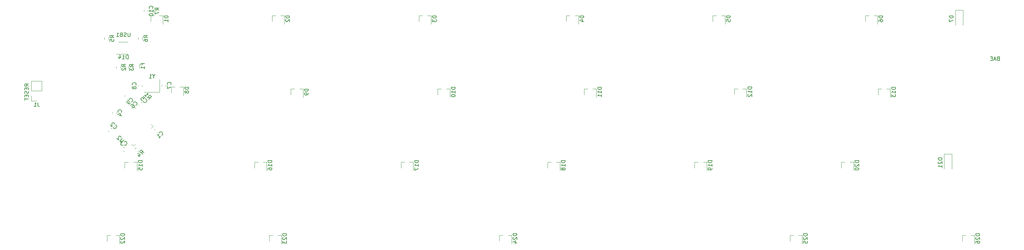
<source format=gbr>
%TF.GenerationSoftware,KiCad,Pcbnew,5.1.10-88a1d61d58~90~ubuntu20.04.1*%
%TF.CreationDate,2021-09-07T19:06:16-07:00*%
%TF.ProjectId,bkc40,626b6334-302e-46b6-9963-61645f706362,rev?*%
%TF.SameCoordinates,Original*%
%TF.FileFunction,Legend,Bot*%
%TF.FilePolarity,Positive*%
%FSLAX46Y46*%
G04 Gerber Fmt 4.6, Leading zero omitted, Abs format (unit mm)*
G04 Created by KiCad (PCBNEW 5.1.10-88a1d61d58~90~ubuntu20.04.1) date 2021-09-07 19:06:16*
%MOMM*%
%LPD*%
G01*
G04 APERTURE LIST*
%ADD10C,0.150000*%
%ADD11C,0.120000*%
G04 APERTURE END LIST*
D10*
X367712523Y-93146571D02*
X367569666Y-93194190D01*
X367522047Y-93241809D01*
X367474428Y-93337047D01*
X367474428Y-93479904D01*
X367522047Y-93575142D01*
X367569666Y-93622761D01*
X367664904Y-93670380D01*
X368045857Y-93670380D01*
X368045857Y-92670380D01*
X367712523Y-92670380D01*
X367617285Y-92718000D01*
X367569666Y-92765619D01*
X367522047Y-92860857D01*
X367522047Y-92956095D01*
X367569666Y-93051333D01*
X367617285Y-93098952D01*
X367712523Y-93146571D01*
X368045857Y-93146571D01*
X367093476Y-93384666D02*
X366617285Y-93384666D01*
X367188714Y-93670380D02*
X366855380Y-92670380D01*
X366522047Y-93670380D01*
X366188714Y-93146571D02*
X365855380Y-93146571D01*
X365712523Y-93670380D02*
X366188714Y-93670380D01*
X366188714Y-92670380D01*
X365712523Y-92670380D01*
X116149380Y-100401618D02*
X115673190Y-100068284D01*
X116149380Y-99830189D02*
X115149380Y-99830189D01*
X115149380Y-100211141D01*
X115197000Y-100306379D01*
X115244619Y-100353999D01*
X115339857Y-100401618D01*
X115482714Y-100401618D01*
X115577952Y-100353999D01*
X115625571Y-100306379D01*
X115673190Y-100211141D01*
X115673190Y-99830189D01*
X115625571Y-100830189D02*
X115625571Y-101163522D01*
X116149380Y-101306379D02*
X116149380Y-100830189D01*
X115149380Y-100830189D01*
X115149380Y-101306379D01*
X116101761Y-101687332D02*
X116149380Y-101830189D01*
X116149380Y-102068284D01*
X116101761Y-102163522D01*
X116054142Y-102211141D01*
X115958904Y-102258760D01*
X115863666Y-102258760D01*
X115768428Y-102211141D01*
X115720809Y-102163522D01*
X115673190Y-102068284D01*
X115625571Y-101877808D01*
X115577952Y-101782570D01*
X115530333Y-101734951D01*
X115435095Y-101687332D01*
X115339857Y-101687332D01*
X115244619Y-101734951D01*
X115197000Y-101782570D01*
X115149380Y-101877808D01*
X115149380Y-102115903D01*
X115197000Y-102258760D01*
X115625571Y-102687332D02*
X115625571Y-103020665D01*
X116149380Y-103163522D02*
X116149380Y-102687332D01*
X115149380Y-102687332D01*
X115149380Y-103163522D01*
X115149380Y-103449237D02*
X115149380Y-104020665D01*
X116149380Y-103734951D02*
X115149380Y-103734951D01*
D11*
%TO.C,U2*%
X138790341Y-111286891D02*
X138277689Y-110774239D01*
X148488311Y-110774239D02*
X147975659Y-111286891D01*
X147975659Y-110261587D02*
X148488311Y-110774239D01*
X143383000Y-105668928D02*
X142870348Y-106181580D01*
X143895652Y-106181580D02*
X143383000Y-105668928D01*
X143383000Y-115879550D02*
X143895652Y-115366898D01*
X142870348Y-115366898D02*
X143383000Y-115879550D01*
%TO.C,Y1*%
X150181408Y-98582013D02*
X150181408Y-101882013D01*
X150181408Y-101882013D02*
X146181408Y-101882013D01*
%TO.C,R7*%
X148604500Y-81009258D02*
X148604500Y-80534742D01*
X147559500Y-81009258D02*
X147559500Y-80534742D01*
%TO.C,R6*%
X145683500Y-88184258D02*
X145683500Y-87709742D01*
X144638500Y-88184258D02*
X144638500Y-87709742D01*
%TO.C,R5*%
X136920500Y-88184258D02*
X136920500Y-87709742D01*
X135875500Y-88184258D02*
X135875500Y-87709742D01*
%TO.C,R4*%
X144422060Y-117428867D02*
X144757593Y-117093334D01*
X143683133Y-116689940D02*
X144018666Y-116354407D01*
%TO.C,R3*%
X142000500Y-95678258D02*
X142000500Y-95203742D01*
X140955500Y-95678258D02*
X140955500Y-95203742D01*
%TO.C,R2*%
X139968500Y-95677258D02*
X139968500Y-95202742D01*
X138923500Y-95677258D02*
X138923500Y-95202742D01*
%TO.C,R1*%
X146638867Y-103735940D02*
X146303334Y-103400407D01*
X145899940Y-104474867D02*
X145564407Y-104139334D01*
%TO.C,J1*%
X116907000Y-99000000D02*
X119567000Y-99000000D01*
X116907000Y-101600000D02*
X116907000Y-99000000D01*
X119567000Y-101600000D02*
X119567000Y-99000000D01*
X116907000Y-101600000D02*
X119567000Y-101600000D01*
X116907000Y-102870000D02*
X116907000Y-104200000D01*
X116907000Y-104200000D02*
X118237000Y-104200000D01*
%TO.C,F1*%
X144928000Y-95722065D02*
X144928000Y-94517937D01*
X143108000Y-95722065D02*
X143108000Y-94517937D01*
%TO.C,D14*%
X139559000Y-88874000D02*
X141959000Y-88874000D01*
X141959000Y-91974000D02*
X139009000Y-91974000D01*
%TO.C,C10*%
X147068000Y-80925580D02*
X147068000Y-80644420D01*
X146048000Y-80925580D02*
X146048000Y-80644420D01*
%TO.C,C9*%
X141739219Y-103711030D02*
X141938030Y-103512219D01*
X141017970Y-102989781D02*
X141216781Y-102790970D01*
%TO.C,C8*%
X144539408Y-100117433D02*
X144539408Y-100398593D01*
X145559408Y-100117433D02*
X145559408Y-100398593D01*
%TO.C,C7*%
X151782408Y-100297592D02*
X151782408Y-100016432D01*
X150762408Y-100297592D02*
X150762408Y-100016432D01*
%TO.C,C6*%
X142842211Y-104640038D02*
X143041022Y-104441227D01*
X142120962Y-103918789D02*
X142319773Y-103719978D01*
%TO.C,C5*%
X145534038Y-104680789D02*
X145335227Y-104481978D01*
X144812789Y-105402038D02*
X144613978Y-105203227D01*
%TO.C,C4*%
X138940000Y-107442580D02*
X138940000Y-107161420D01*
X137920000Y-107442580D02*
X137920000Y-107161420D01*
%TO.C,C3*%
X140996580Y-116203000D02*
X140715420Y-116203000D01*
X140996580Y-117223000D02*
X140715420Y-117223000D01*
%TO.C,C2*%
X137707022Y-111458773D02*
X137508211Y-111259962D01*
X136985773Y-112180022D02*
X136786962Y-111981211D01*
%TO.C,C1*%
X149526227Y-112434022D02*
X149725038Y-112235211D01*
X148804978Y-111712773D02*
X149003789Y-111513962D01*
%TO.C,D26*%
X358404000Y-139210000D02*
X359334000Y-139210000D01*
X361564000Y-139210000D02*
X360634000Y-139210000D01*
X361564000Y-139210000D02*
X361564000Y-141370000D01*
X358404000Y-139210000D02*
X358404000Y-140670000D01*
%TO.C,D25*%
X313695000Y-139210000D02*
X314625000Y-139210000D01*
X316855000Y-139210000D02*
X315925000Y-139210000D01*
X316855000Y-139210000D02*
X316855000Y-141370000D01*
X313695000Y-139210000D02*
X313695000Y-140670000D01*
%TO.C,D24*%
X238323000Y-139178000D02*
X239253000Y-139178000D01*
X241483000Y-139178000D02*
X240553000Y-139178000D01*
X241483000Y-139178000D02*
X241483000Y-141338000D01*
X238323000Y-139178000D02*
X238323000Y-140638000D01*
%TO.C,D23*%
X178567000Y-139210000D02*
X179497000Y-139210000D01*
X181727000Y-139210000D02*
X180797000Y-139210000D01*
X181727000Y-139210000D02*
X181727000Y-141370000D01*
X178567000Y-139210000D02*
X178567000Y-140670000D01*
%TO.C,D22*%
X136535000Y-139210000D02*
X137465000Y-139210000D01*
X139695000Y-139210000D02*
X138765000Y-139210000D01*
X139695000Y-139210000D02*
X139695000Y-141370000D01*
X136535000Y-139210000D02*
X136535000Y-140670000D01*
%TO.C,D21*%
X353711000Y-118018000D02*
X355711000Y-118018000D01*
X355711000Y-118018000D02*
X355711000Y-121918000D01*
X353711000Y-118018000D02*
X353711000Y-121918000D01*
%TO.C,D20*%
X327035000Y-120160000D02*
X327965000Y-120160000D01*
X330195000Y-120160000D02*
X329265000Y-120160000D01*
X330195000Y-120160000D02*
X330195000Y-122320000D01*
X327035000Y-120160000D02*
X327035000Y-121620000D01*
%TO.C,D19*%
X288935000Y-120160000D02*
X289865000Y-120160000D01*
X292095000Y-120160000D02*
X291165000Y-120160000D01*
X292095000Y-120160000D02*
X292095000Y-122320000D01*
X288935000Y-120160000D02*
X288935000Y-121620000D01*
%TO.C,D18*%
X250835000Y-120160000D02*
X251765000Y-120160000D01*
X253995000Y-120160000D02*
X253065000Y-120160000D01*
X253995000Y-120160000D02*
X253995000Y-122320000D01*
X250835000Y-120160000D02*
X250835000Y-121620000D01*
%TO.C,D17*%
X212796000Y-120144000D02*
X213726000Y-120144000D01*
X215956000Y-120144000D02*
X215026000Y-120144000D01*
X215956000Y-120144000D02*
X215956000Y-122304000D01*
X212796000Y-120144000D02*
X212796000Y-121604000D01*
%TO.C,D16*%
X174757000Y-120160000D02*
X175687000Y-120160000D01*
X177917000Y-120160000D02*
X176987000Y-120160000D01*
X177917000Y-120160000D02*
X177917000Y-122320000D01*
X174757000Y-120160000D02*
X174757000Y-121620000D01*
%TO.C,D15*%
X141107000Y-120160000D02*
X142037000Y-120160000D01*
X144267000Y-120160000D02*
X143337000Y-120160000D01*
X144267000Y-120160000D02*
X144267000Y-122320000D01*
X141107000Y-120160000D02*
X141107000Y-121620000D01*
%TO.C,D13*%
X336560000Y-101110000D02*
X337490000Y-101110000D01*
X339720000Y-101110000D02*
X338790000Y-101110000D01*
X339720000Y-101110000D02*
X339720000Y-103270000D01*
X336560000Y-101110000D02*
X336560000Y-102570000D01*
%TO.C,D12*%
X299251250Y-101046250D02*
X300181250Y-101046250D01*
X302411250Y-101046250D02*
X301481250Y-101046250D01*
X302411250Y-101046250D02*
X302411250Y-103206250D01*
X299251250Y-101046250D02*
X299251250Y-102506250D01*
%TO.C,D11*%
X260294000Y-101094000D02*
X261224000Y-101094000D01*
X263454000Y-101094000D02*
X262524000Y-101094000D01*
X263454000Y-101094000D02*
X263454000Y-103254000D01*
X260294000Y-101094000D02*
X260294000Y-102554000D01*
%TO.C,D10*%
X222321000Y-101094000D02*
X223251000Y-101094000D01*
X225481000Y-101094000D02*
X224551000Y-101094000D01*
X225481000Y-101094000D02*
X225481000Y-103254000D01*
X222321000Y-101094000D02*
X222321000Y-102554000D01*
%TO.C,D9*%
X184221000Y-101110000D02*
X185151000Y-101110000D01*
X187381000Y-101110000D02*
X186451000Y-101110000D01*
X187381000Y-101110000D02*
X187381000Y-103270000D01*
X184221000Y-101110000D02*
X184221000Y-102570000D01*
%TO.C,D8*%
X153172000Y-100602000D02*
X154102000Y-100602000D01*
X156332000Y-100602000D02*
X155402000Y-100602000D01*
X156332000Y-100602000D02*
X156332000Y-102762000D01*
X153172000Y-100602000D02*
X153172000Y-102062000D01*
%TO.C,D7*%
X356632000Y-80555000D02*
X358632000Y-80555000D01*
X358632000Y-80555000D02*
X358632000Y-84455000D01*
X356632000Y-80555000D02*
X356632000Y-84455000D01*
%TO.C,D6*%
X333258000Y-82060000D02*
X334188000Y-82060000D01*
X336418000Y-82060000D02*
X335488000Y-82060000D01*
X336418000Y-82060000D02*
X336418000Y-84220000D01*
X333258000Y-82060000D02*
X333258000Y-83520000D01*
%TO.C,D5*%
X293695000Y-82044000D02*
X294625000Y-82044000D01*
X296855000Y-82044000D02*
X295925000Y-82044000D01*
X296855000Y-82044000D02*
X296855000Y-84204000D01*
X293695000Y-82044000D02*
X293695000Y-83504000D01*
%TO.C,D4*%
X255661000Y-82060000D02*
X256591000Y-82060000D01*
X258821000Y-82060000D02*
X257891000Y-82060000D01*
X258821000Y-82060000D02*
X258821000Y-84220000D01*
X255661000Y-82060000D02*
X255661000Y-83520000D01*
%TO.C,D3*%
X217434000Y-82060000D02*
X218364000Y-82060000D01*
X220594000Y-82060000D02*
X219664000Y-82060000D01*
X220594000Y-82060000D02*
X220594000Y-84220000D01*
X217434000Y-82060000D02*
X217434000Y-83520000D01*
%TO.C,D2*%
X179334000Y-82044000D02*
X180264000Y-82044000D01*
X182494000Y-82044000D02*
X181564000Y-82044000D01*
X182494000Y-82044000D02*
X182494000Y-84204000D01*
X179334000Y-82044000D02*
X179334000Y-83504000D01*
%TO.C,D1*%
X147838000Y-82044000D02*
X148768000Y-82044000D01*
X150998000Y-82044000D02*
X150068000Y-82044000D01*
X150998000Y-82044000D02*
X150998000Y-84204000D01*
X147838000Y-82044000D02*
X147838000Y-83504000D01*
%TO.C,U2*%
D10*
X140900718Y-114334016D02*
X140328298Y-114906436D01*
X140227283Y-114940108D01*
X140159939Y-114940108D01*
X140058924Y-114906436D01*
X139924237Y-114771749D01*
X139890565Y-114670734D01*
X139890565Y-114603390D01*
X139924237Y-114502375D01*
X140496657Y-113929955D01*
X140126267Y-113694253D02*
X140126267Y-113626910D01*
X140092596Y-113525894D01*
X139924237Y-113357536D01*
X139823222Y-113323864D01*
X139755878Y-113323864D01*
X139654863Y-113357536D01*
X139587519Y-113424879D01*
X139520176Y-113559566D01*
X139520176Y-114367688D01*
X139082443Y-113929955D01*
%TO.C,Y1*%
X148657598Y-97758203D02*
X148657598Y-98234393D01*
X148990931Y-97234393D02*
X148657598Y-97758203D01*
X148324265Y-97234393D01*
X147467122Y-98234393D02*
X148038550Y-98234393D01*
X147752836Y-98234393D02*
X147752836Y-97234393D01*
X147848074Y-97377251D01*
X147943312Y-97472489D01*
X148038550Y-97520108D01*
%TO.C,USB1*%
X142491095Y-86478380D02*
X142491095Y-87287904D01*
X142443476Y-87383142D01*
X142395857Y-87430761D01*
X142300619Y-87478380D01*
X142110142Y-87478380D01*
X142014904Y-87430761D01*
X141967285Y-87383142D01*
X141919666Y-87287904D01*
X141919666Y-86478380D01*
X141491095Y-87430761D02*
X141348238Y-87478380D01*
X141110142Y-87478380D01*
X141014904Y-87430761D01*
X140967285Y-87383142D01*
X140919666Y-87287904D01*
X140919666Y-87192666D01*
X140967285Y-87097428D01*
X141014904Y-87049809D01*
X141110142Y-87002190D01*
X141300619Y-86954571D01*
X141395857Y-86906952D01*
X141443476Y-86859333D01*
X141491095Y-86764095D01*
X141491095Y-86668857D01*
X141443476Y-86573619D01*
X141395857Y-86526000D01*
X141300619Y-86478380D01*
X141062523Y-86478380D01*
X140919666Y-86526000D01*
X140157761Y-86954571D02*
X140014904Y-87002190D01*
X139967285Y-87049809D01*
X139919666Y-87145047D01*
X139919666Y-87287904D01*
X139967285Y-87383142D01*
X140014904Y-87430761D01*
X140110142Y-87478380D01*
X140491095Y-87478380D01*
X140491095Y-86478380D01*
X140157761Y-86478380D01*
X140062523Y-86526000D01*
X140014904Y-86573619D01*
X139967285Y-86668857D01*
X139967285Y-86764095D01*
X140014904Y-86859333D01*
X140062523Y-86906952D01*
X140157761Y-86954571D01*
X140491095Y-86954571D01*
X138967285Y-87478380D02*
X139538714Y-87478380D01*
X139253000Y-87478380D02*
X139253000Y-86478380D01*
X139348238Y-86621238D01*
X139443476Y-86716476D01*
X139538714Y-86764095D01*
%TO.C,R7*%
X149964380Y-80605333D02*
X149488190Y-80272000D01*
X149964380Y-80033904D02*
X148964380Y-80033904D01*
X148964380Y-80414857D01*
X149012000Y-80510095D01*
X149059619Y-80557714D01*
X149154857Y-80605333D01*
X149297714Y-80605333D01*
X149392952Y-80557714D01*
X149440571Y-80510095D01*
X149488190Y-80414857D01*
X149488190Y-80033904D01*
X148964380Y-80938666D02*
X148964380Y-81605333D01*
X149964380Y-81176761D01*
%TO.C,R6*%
X147043380Y-87780333D02*
X146567190Y-87447000D01*
X147043380Y-87208904D02*
X146043380Y-87208904D01*
X146043380Y-87589857D01*
X146091000Y-87685095D01*
X146138619Y-87732714D01*
X146233857Y-87780333D01*
X146376714Y-87780333D01*
X146471952Y-87732714D01*
X146519571Y-87685095D01*
X146567190Y-87589857D01*
X146567190Y-87208904D01*
X146043380Y-88637476D02*
X146043380Y-88447000D01*
X146091000Y-88351761D01*
X146138619Y-88304142D01*
X146281476Y-88208904D01*
X146471952Y-88161285D01*
X146852904Y-88161285D01*
X146948142Y-88208904D01*
X146995761Y-88256523D01*
X147043380Y-88351761D01*
X147043380Y-88542238D01*
X146995761Y-88637476D01*
X146948142Y-88685095D01*
X146852904Y-88732714D01*
X146614809Y-88732714D01*
X146519571Y-88685095D01*
X146471952Y-88637476D01*
X146424333Y-88542238D01*
X146424333Y-88351761D01*
X146471952Y-88256523D01*
X146519571Y-88208904D01*
X146614809Y-88161285D01*
%TO.C,R5*%
X138280380Y-87780333D02*
X137804190Y-87447000D01*
X138280380Y-87208904D02*
X137280380Y-87208904D01*
X137280380Y-87589857D01*
X137328000Y-87685095D01*
X137375619Y-87732714D01*
X137470857Y-87780333D01*
X137613714Y-87780333D01*
X137708952Y-87732714D01*
X137756571Y-87685095D01*
X137804190Y-87589857D01*
X137804190Y-87208904D01*
X137280380Y-88685095D02*
X137280380Y-88208904D01*
X137756571Y-88161285D01*
X137708952Y-88208904D01*
X137661333Y-88304142D01*
X137661333Y-88542238D01*
X137708952Y-88637476D01*
X137756571Y-88685095D01*
X137851809Y-88732714D01*
X138089904Y-88732714D01*
X138185142Y-88685095D01*
X138232761Y-88637476D01*
X138280380Y-88542238D01*
X138280380Y-88304142D01*
X138232761Y-88208904D01*
X138185142Y-88161285D01*
%TO.C,R4*%
X145669258Y-118104830D02*
X145568243Y-117532410D01*
X146073319Y-117700769D02*
X145366213Y-116993662D01*
X145096838Y-117263036D01*
X145063167Y-117364051D01*
X145063167Y-117431395D01*
X145096838Y-117532410D01*
X145197854Y-117633425D01*
X145298869Y-117667097D01*
X145366213Y-117667097D01*
X145467228Y-117633425D01*
X145736602Y-117364051D01*
X144591762Y-118239517D02*
X145063167Y-118710922D01*
X144490747Y-117801784D02*
X145164182Y-118138502D01*
X144726449Y-118576235D01*
%TO.C,R3*%
X143360380Y-95274333D02*
X142884190Y-94941000D01*
X143360380Y-94702904D02*
X142360380Y-94702904D01*
X142360380Y-95083857D01*
X142408000Y-95179095D01*
X142455619Y-95226714D01*
X142550857Y-95274333D01*
X142693714Y-95274333D01*
X142788952Y-95226714D01*
X142836571Y-95179095D01*
X142884190Y-95083857D01*
X142884190Y-94702904D01*
X142360380Y-95607666D02*
X142360380Y-96226714D01*
X142741333Y-95893380D01*
X142741333Y-96036238D01*
X142788952Y-96131476D01*
X142836571Y-96179095D01*
X142931809Y-96226714D01*
X143169904Y-96226714D01*
X143265142Y-96179095D01*
X143312761Y-96131476D01*
X143360380Y-96036238D01*
X143360380Y-95750523D01*
X143312761Y-95655285D01*
X143265142Y-95607666D01*
%TO.C,R2*%
X141328380Y-95273333D02*
X140852190Y-94940000D01*
X141328380Y-94701904D02*
X140328380Y-94701904D01*
X140328380Y-95082857D01*
X140376000Y-95178095D01*
X140423619Y-95225714D01*
X140518857Y-95273333D01*
X140661714Y-95273333D01*
X140756952Y-95225714D01*
X140804571Y-95178095D01*
X140852190Y-95082857D01*
X140852190Y-94701904D01*
X140423619Y-95654285D02*
X140376000Y-95701904D01*
X140328380Y-95797142D01*
X140328380Y-96035238D01*
X140376000Y-96130476D01*
X140423619Y-96178095D01*
X140518857Y-96225714D01*
X140614095Y-96225714D01*
X140756952Y-96178095D01*
X141328380Y-95606666D01*
X141328380Y-96225714D01*
%TO.C,R1*%
X146910769Y-103364206D02*
X147483189Y-103263191D01*
X147314830Y-103768267D02*
X148021937Y-103061161D01*
X147752563Y-102791786D01*
X147651548Y-102758115D01*
X147584204Y-102758115D01*
X147483189Y-102791786D01*
X147382174Y-102892802D01*
X147348502Y-102993817D01*
X147348502Y-103061161D01*
X147382174Y-103162176D01*
X147651548Y-103431550D01*
X146237334Y-102690771D02*
X146641395Y-103094832D01*
X146439364Y-102892802D02*
X147146471Y-102185695D01*
X147112800Y-102354054D01*
X147112800Y-102488741D01*
X147146471Y-102589756D01*
%TO.C,J1*%
X118570333Y-104652380D02*
X118570333Y-105366666D01*
X118617952Y-105509523D01*
X118713190Y-105604761D01*
X118856047Y-105652380D01*
X118951285Y-105652380D01*
X117570333Y-105652380D02*
X118141761Y-105652380D01*
X117856047Y-105652380D02*
X117856047Y-104652380D01*
X117951285Y-104795238D01*
X118046523Y-104890476D01*
X118141761Y-104938095D01*
%TO.C,F1*%
X145766571Y-94786667D02*
X145766571Y-94453334D01*
X146290380Y-94453334D02*
X145290380Y-94453334D01*
X145290380Y-94929524D01*
X146290380Y-95834286D02*
X146290380Y-95262858D01*
X146290380Y-95548572D02*
X145290380Y-95548572D01*
X145433238Y-95453334D01*
X145528476Y-95358096D01*
X145576095Y-95262858D01*
%TO.C,D14*%
X141993285Y-93256380D02*
X141993285Y-92256380D01*
X141755190Y-92256380D01*
X141612333Y-92304000D01*
X141517095Y-92399238D01*
X141469476Y-92494476D01*
X141421857Y-92684952D01*
X141421857Y-92827809D01*
X141469476Y-93018285D01*
X141517095Y-93113523D01*
X141612333Y-93208761D01*
X141755190Y-93256380D01*
X141993285Y-93256380D01*
X140469476Y-93256380D02*
X141040904Y-93256380D01*
X140755190Y-93256380D02*
X140755190Y-92256380D01*
X140850428Y-92399238D01*
X140945666Y-92494476D01*
X141040904Y-92542095D01*
X139612333Y-92589714D02*
X139612333Y-93256380D01*
X139850428Y-92208761D02*
X140088523Y-92923047D01*
X139469476Y-92923047D01*
%TO.C,C10*%
X148345142Y-80142142D02*
X148392761Y-80094523D01*
X148440380Y-79951666D01*
X148440380Y-79856428D01*
X148392761Y-79713571D01*
X148297523Y-79618333D01*
X148202285Y-79570714D01*
X148011809Y-79523095D01*
X147868952Y-79523095D01*
X147678476Y-79570714D01*
X147583238Y-79618333D01*
X147488000Y-79713571D01*
X147440380Y-79856428D01*
X147440380Y-79951666D01*
X147488000Y-80094523D01*
X147535619Y-80142142D01*
X148440380Y-81094523D02*
X148440380Y-80523095D01*
X148440380Y-80808809D02*
X147440380Y-80808809D01*
X147583238Y-80713571D01*
X147678476Y-80618333D01*
X147726095Y-80523095D01*
X147440380Y-81713571D02*
X147440380Y-81808809D01*
X147488000Y-81904047D01*
X147535619Y-81951666D01*
X147630857Y-81999285D01*
X147821333Y-82046904D01*
X148059428Y-82046904D01*
X148249904Y-81999285D01*
X148345142Y-81951666D01*
X148392761Y-81904047D01*
X148440380Y-81808809D01*
X148440380Y-81713571D01*
X148392761Y-81618333D01*
X148345142Y-81570714D01*
X148249904Y-81523095D01*
X148059428Y-81475476D01*
X147821333Y-81475476D01*
X147630857Y-81523095D01*
X147535619Y-81570714D01*
X147488000Y-81618333D01*
X147440380Y-81713571D01*
%TO.C,C9*%
X142859552Y-104396850D02*
X142926895Y-104396850D01*
X143061582Y-104329506D01*
X143128926Y-104262163D01*
X143196269Y-104127475D01*
X143196269Y-103992788D01*
X143162598Y-103891773D01*
X143061582Y-103723414D01*
X142960567Y-103622399D01*
X142792208Y-103521384D01*
X142691193Y-103487712D01*
X142556506Y-103487712D01*
X142421819Y-103555056D01*
X142354475Y-103622399D01*
X142287132Y-103757086D01*
X142287132Y-103824430D01*
X142590178Y-104800911D02*
X142455491Y-104935598D01*
X142354475Y-104969269D01*
X142287132Y-104969269D01*
X142118773Y-104935598D01*
X141950414Y-104834582D01*
X141681040Y-104565208D01*
X141647369Y-104464193D01*
X141647369Y-104396850D01*
X141681040Y-104295834D01*
X141815727Y-104161147D01*
X141916743Y-104127475D01*
X141984086Y-104127475D01*
X142085101Y-104161147D01*
X142253460Y-104329506D01*
X142287132Y-104430521D01*
X142287132Y-104497865D01*
X142253460Y-104598880D01*
X142118773Y-104733567D01*
X142017758Y-104767239D01*
X141950414Y-104767239D01*
X141849399Y-104733567D01*
%TO.C,C8*%
X143976550Y-100091346D02*
X144024169Y-100043727D01*
X144071788Y-99900870D01*
X144071788Y-99805632D01*
X144024169Y-99662774D01*
X143928931Y-99567536D01*
X143833693Y-99519917D01*
X143643217Y-99472298D01*
X143500360Y-99472298D01*
X143309884Y-99519917D01*
X143214646Y-99567536D01*
X143119408Y-99662774D01*
X143071788Y-99805632D01*
X143071788Y-99900870D01*
X143119408Y-100043727D01*
X143167027Y-100091346D01*
X143500360Y-100662774D02*
X143452741Y-100567536D01*
X143405122Y-100519917D01*
X143309884Y-100472298D01*
X143262265Y-100472298D01*
X143167027Y-100519917D01*
X143119408Y-100567536D01*
X143071788Y-100662774D01*
X143071788Y-100853251D01*
X143119408Y-100948489D01*
X143167027Y-100996108D01*
X143262265Y-101043727D01*
X143309884Y-101043727D01*
X143405122Y-100996108D01*
X143452741Y-100948489D01*
X143500360Y-100853251D01*
X143500360Y-100662774D01*
X143547979Y-100567536D01*
X143595598Y-100519917D01*
X143690836Y-100472298D01*
X143881312Y-100472298D01*
X143976550Y-100519917D01*
X144024169Y-100567536D01*
X144071788Y-100662774D01*
X144071788Y-100853251D01*
X144024169Y-100948489D01*
X143976550Y-100996108D01*
X143881312Y-101043727D01*
X143690836Y-101043727D01*
X143595598Y-100996108D01*
X143547979Y-100948489D01*
X143500360Y-100853251D01*
%TO.C,C7*%
X153059550Y-99990345D02*
X153107169Y-99942726D01*
X153154788Y-99799869D01*
X153154788Y-99704631D01*
X153107169Y-99561773D01*
X153011931Y-99466535D01*
X152916693Y-99418916D01*
X152726217Y-99371297D01*
X152583360Y-99371297D01*
X152392884Y-99418916D01*
X152297646Y-99466535D01*
X152202408Y-99561773D01*
X152154788Y-99704631D01*
X152154788Y-99799869D01*
X152202408Y-99942726D01*
X152250027Y-99990345D01*
X152154788Y-100323678D02*
X152154788Y-100990345D01*
X153154788Y-100561773D01*
%TO.C,C6*%
X143962544Y-105325858D02*
X144029887Y-105325858D01*
X144164574Y-105258514D01*
X144231918Y-105191171D01*
X144299261Y-105056483D01*
X144299261Y-104921796D01*
X144265590Y-104820781D01*
X144164574Y-104652422D01*
X144063559Y-104551407D01*
X143895200Y-104450392D01*
X143794185Y-104416720D01*
X143659498Y-104416720D01*
X143524811Y-104484064D01*
X143457467Y-104551407D01*
X143390124Y-104686094D01*
X143390124Y-104753438D01*
X142716689Y-105292186D02*
X142851376Y-105157499D01*
X142952391Y-105123827D01*
X143019735Y-105123827D01*
X143188093Y-105157499D01*
X143356452Y-105258514D01*
X143625826Y-105527888D01*
X143659498Y-105628903D01*
X143659498Y-105696247D01*
X143625826Y-105797262D01*
X143491139Y-105931949D01*
X143390124Y-105965621D01*
X143322780Y-105965621D01*
X143221765Y-105931949D01*
X143053406Y-105763590D01*
X143019735Y-105662575D01*
X143019735Y-105595232D01*
X143053406Y-105494216D01*
X143188093Y-105359529D01*
X143289109Y-105325858D01*
X143356452Y-105325858D01*
X143457467Y-105359529D01*
%TO.C,C5*%
X145950483Y-104301234D02*
X145950483Y-104368577D01*
X146017827Y-104503264D01*
X146085171Y-104570608D01*
X146219858Y-104637951D01*
X146354545Y-104637951D01*
X146455560Y-104604280D01*
X146623919Y-104503264D01*
X146724934Y-104402249D01*
X146825949Y-104233890D01*
X146859621Y-104132875D01*
X146859621Y-103998188D01*
X146792277Y-103863501D01*
X146724934Y-103796157D01*
X146590247Y-103728814D01*
X146522903Y-103728814D01*
X145950483Y-103021707D02*
X146287201Y-103358425D01*
X145984155Y-103728814D01*
X145984155Y-103661470D01*
X145950483Y-103560455D01*
X145782125Y-103392096D01*
X145681109Y-103358425D01*
X145613766Y-103358425D01*
X145512751Y-103392096D01*
X145344392Y-103560455D01*
X145310720Y-103661470D01*
X145310720Y-103728814D01*
X145344392Y-103829829D01*
X145512751Y-103998188D01*
X145613766Y-104031860D01*
X145681109Y-104031860D01*
%TO.C,C4*%
X140217142Y-107135333D02*
X140264761Y-107087714D01*
X140312380Y-106944857D01*
X140312380Y-106849619D01*
X140264761Y-106706761D01*
X140169523Y-106611523D01*
X140074285Y-106563904D01*
X139883809Y-106516285D01*
X139740952Y-106516285D01*
X139550476Y-106563904D01*
X139455238Y-106611523D01*
X139360000Y-106706761D01*
X139312380Y-106849619D01*
X139312380Y-106944857D01*
X139360000Y-107087714D01*
X139407619Y-107135333D01*
X139645714Y-107992476D02*
X140312380Y-107992476D01*
X139264761Y-107754380D02*
X139979047Y-107516285D01*
X139979047Y-108135333D01*
%TO.C,C3*%
X141022666Y-115640142D02*
X141070285Y-115687761D01*
X141213142Y-115735380D01*
X141308380Y-115735380D01*
X141451238Y-115687761D01*
X141546476Y-115592523D01*
X141594095Y-115497285D01*
X141641714Y-115306809D01*
X141641714Y-115163952D01*
X141594095Y-114973476D01*
X141546476Y-114878238D01*
X141451238Y-114783000D01*
X141308380Y-114735380D01*
X141213142Y-114735380D01*
X141070285Y-114783000D01*
X141022666Y-114830619D01*
X140689333Y-114735380D02*
X140070285Y-114735380D01*
X140403619Y-115116333D01*
X140260761Y-115116333D01*
X140165523Y-115163952D01*
X140117904Y-115211571D01*
X140070285Y-115306809D01*
X140070285Y-115544904D01*
X140117904Y-115640142D01*
X140165523Y-115687761D01*
X140260761Y-115735380D01*
X140546476Y-115735380D01*
X140641714Y-115687761D01*
X140689333Y-115640142D01*
%TO.C,C2*%
X138123467Y-111079218D02*
X138123467Y-111146561D01*
X138190811Y-111281248D01*
X138258155Y-111348592D01*
X138392842Y-111415935D01*
X138527529Y-111415935D01*
X138628544Y-111382264D01*
X138796903Y-111281248D01*
X138897918Y-111180233D01*
X138998933Y-111011874D01*
X139032605Y-110910859D01*
X139032605Y-110776172D01*
X138965261Y-110641485D01*
X138897918Y-110574141D01*
X138763231Y-110506798D01*
X138695887Y-110506798D01*
X138426513Y-110237424D02*
X138426513Y-110170080D01*
X138392842Y-110069065D01*
X138224483Y-109900706D01*
X138123467Y-109867035D01*
X138056124Y-109867035D01*
X137955109Y-109900706D01*
X137887765Y-109968050D01*
X137820422Y-110102737D01*
X137820422Y-110910859D01*
X137382689Y-110473126D01*
%TO.C,C1*%
X150646560Y-113119842D02*
X150713903Y-113119842D01*
X150848590Y-113052498D01*
X150915934Y-112985155D01*
X150983277Y-112850467D01*
X150983277Y-112715780D01*
X150949606Y-112614765D01*
X150848590Y-112446406D01*
X150747575Y-112345391D01*
X150579216Y-112244376D01*
X150478201Y-112210704D01*
X150343514Y-112210704D01*
X150208827Y-112278048D01*
X150141483Y-112345391D01*
X150074140Y-112480078D01*
X150074140Y-112547422D01*
X150040468Y-113860620D02*
X150444529Y-113456559D01*
X150242499Y-113658590D02*
X149535392Y-112951483D01*
X149703751Y-112985155D01*
X149838438Y-112985155D01*
X149939453Y-112951483D01*
%TO.C,D26*%
X362936380Y-138755714D02*
X361936380Y-138755714D01*
X361936380Y-138993809D01*
X361984000Y-139136666D01*
X362079238Y-139231904D01*
X362174476Y-139279523D01*
X362364952Y-139327142D01*
X362507809Y-139327142D01*
X362698285Y-139279523D01*
X362793523Y-139231904D01*
X362888761Y-139136666D01*
X362936380Y-138993809D01*
X362936380Y-138755714D01*
X362031619Y-139708095D02*
X361984000Y-139755714D01*
X361936380Y-139850952D01*
X361936380Y-140089047D01*
X361984000Y-140184285D01*
X362031619Y-140231904D01*
X362126857Y-140279523D01*
X362222095Y-140279523D01*
X362364952Y-140231904D01*
X362936380Y-139660476D01*
X362936380Y-140279523D01*
X361936380Y-141136666D02*
X361936380Y-140946190D01*
X361984000Y-140850952D01*
X362031619Y-140803333D01*
X362174476Y-140708095D01*
X362364952Y-140660476D01*
X362745904Y-140660476D01*
X362841142Y-140708095D01*
X362888761Y-140755714D01*
X362936380Y-140850952D01*
X362936380Y-141041428D01*
X362888761Y-141136666D01*
X362841142Y-141184285D01*
X362745904Y-141231904D01*
X362507809Y-141231904D01*
X362412571Y-141184285D01*
X362364952Y-141136666D01*
X362317333Y-141041428D01*
X362317333Y-140850952D01*
X362364952Y-140755714D01*
X362412571Y-140708095D01*
X362507809Y-140660476D01*
%TO.C,D25*%
X318227380Y-138755714D02*
X317227380Y-138755714D01*
X317227380Y-138993809D01*
X317275000Y-139136666D01*
X317370238Y-139231904D01*
X317465476Y-139279523D01*
X317655952Y-139327142D01*
X317798809Y-139327142D01*
X317989285Y-139279523D01*
X318084523Y-139231904D01*
X318179761Y-139136666D01*
X318227380Y-138993809D01*
X318227380Y-138755714D01*
X317322619Y-139708095D02*
X317275000Y-139755714D01*
X317227380Y-139850952D01*
X317227380Y-140089047D01*
X317275000Y-140184285D01*
X317322619Y-140231904D01*
X317417857Y-140279523D01*
X317513095Y-140279523D01*
X317655952Y-140231904D01*
X318227380Y-139660476D01*
X318227380Y-140279523D01*
X317227380Y-141184285D02*
X317227380Y-140708095D01*
X317703571Y-140660476D01*
X317655952Y-140708095D01*
X317608333Y-140803333D01*
X317608333Y-141041428D01*
X317655952Y-141136666D01*
X317703571Y-141184285D01*
X317798809Y-141231904D01*
X318036904Y-141231904D01*
X318132142Y-141184285D01*
X318179761Y-141136666D01*
X318227380Y-141041428D01*
X318227380Y-140803333D01*
X318179761Y-140708095D01*
X318132142Y-140660476D01*
%TO.C,D24*%
X242855380Y-138723714D02*
X241855380Y-138723714D01*
X241855380Y-138961809D01*
X241903000Y-139104666D01*
X241998238Y-139199904D01*
X242093476Y-139247523D01*
X242283952Y-139295142D01*
X242426809Y-139295142D01*
X242617285Y-139247523D01*
X242712523Y-139199904D01*
X242807761Y-139104666D01*
X242855380Y-138961809D01*
X242855380Y-138723714D01*
X241950619Y-139676095D02*
X241903000Y-139723714D01*
X241855380Y-139818952D01*
X241855380Y-140057047D01*
X241903000Y-140152285D01*
X241950619Y-140199904D01*
X242045857Y-140247523D01*
X242141095Y-140247523D01*
X242283952Y-140199904D01*
X242855380Y-139628476D01*
X242855380Y-140247523D01*
X242188714Y-141104666D02*
X242855380Y-141104666D01*
X241807761Y-140866571D02*
X242522047Y-140628476D01*
X242522047Y-141247523D01*
%TO.C,D23*%
X183099380Y-138755714D02*
X182099380Y-138755714D01*
X182099380Y-138993809D01*
X182147000Y-139136666D01*
X182242238Y-139231904D01*
X182337476Y-139279523D01*
X182527952Y-139327142D01*
X182670809Y-139327142D01*
X182861285Y-139279523D01*
X182956523Y-139231904D01*
X183051761Y-139136666D01*
X183099380Y-138993809D01*
X183099380Y-138755714D01*
X182194619Y-139708095D02*
X182147000Y-139755714D01*
X182099380Y-139850952D01*
X182099380Y-140089047D01*
X182147000Y-140184285D01*
X182194619Y-140231904D01*
X182289857Y-140279523D01*
X182385095Y-140279523D01*
X182527952Y-140231904D01*
X183099380Y-139660476D01*
X183099380Y-140279523D01*
X182099380Y-140612857D02*
X182099380Y-141231904D01*
X182480333Y-140898571D01*
X182480333Y-141041428D01*
X182527952Y-141136666D01*
X182575571Y-141184285D01*
X182670809Y-141231904D01*
X182908904Y-141231904D01*
X183004142Y-141184285D01*
X183051761Y-141136666D01*
X183099380Y-141041428D01*
X183099380Y-140755714D01*
X183051761Y-140660476D01*
X183004142Y-140612857D01*
%TO.C,D22*%
X141067380Y-138755714D02*
X140067380Y-138755714D01*
X140067380Y-138993809D01*
X140115000Y-139136666D01*
X140210238Y-139231904D01*
X140305476Y-139279523D01*
X140495952Y-139327142D01*
X140638809Y-139327142D01*
X140829285Y-139279523D01*
X140924523Y-139231904D01*
X141019761Y-139136666D01*
X141067380Y-138993809D01*
X141067380Y-138755714D01*
X140162619Y-139708095D02*
X140115000Y-139755714D01*
X140067380Y-139850952D01*
X140067380Y-140089047D01*
X140115000Y-140184285D01*
X140162619Y-140231904D01*
X140257857Y-140279523D01*
X140353095Y-140279523D01*
X140495952Y-140231904D01*
X141067380Y-139660476D01*
X141067380Y-140279523D01*
X140162619Y-140660476D02*
X140115000Y-140708095D01*
X140067380Y-140803333D01*
X140067380Y-141041428D01*
X140115000Y-141136666D01*
X140162619Y-141184285D01*
X140257857Y-141231904D01*
X140353095Y-141231904D01*
X140495952Y-141184285D01*
X141067380Y-140612857D01*
X141067380Y-141231904D01*
%TO.C,D21*%
X353163380Y-119053714D02*
X352163380Y-119053714D01*
X352163380Y-119291809D01*
X352211000Y-119434666D01*
X352306238Y-119529904D01*
X352401476Y-119577523D01*
X352591952Y-119625142D01*
X352734809Y-119625142D01*
X352925285Y-119577523D01*
X353020523Y-119529904D01*
X353115761Y-119434666D01*
X353163380Y-119291809D01*
X353163380Y-119053714D01*
X352258619Y-120006095D02*
X352211000Y-120053714D01*
X352163380Y-120148952D01*
X352163380Y-120387047D01*
X352211000Y-120482285D01*
X352258619Y-120529904D01*
X352353857Y-120577523D01*
X352449095Y-120577523D01*
X352591952Y-120529904D01*
X353163380Y-119958476D01*
X353163380Y-120577523D01*
X353163380Y-121529904D02*
X353163380Y-120958476D01*
X353163380Y-121244190D02*
X352163380Y-121244190D01*
X352306238Y-121148952D01*
X352401476Y-121053714D01*
X352449095Y-120958476D01*
%TO.C,D20*%
X331567380Y-119705714D02*
X330567380Y-119705714D01*
X330567380Y-119943809D01*
X330615000Y-120086666D01*
X330710238Y-120181904D01*
X330805476Y-120229523D01*
X330995952Y-120277142D01*
X331138809Y-120277142D01*
X331329285Y-120229523D01*
X331424523Y-120181904D01*
X331519761Y-120086666D01*
X331567380Y-119943809D01*
X331567380Y-119705714D01*
X330662619Y-120658095D02*
X330615000Y-120705714D01*
X330567380Y-120800952D01*
X330567380Y-121039047D01*
X330615000Y-121134285D01*
X330662619Y-121181904D01*
X330757857Y-121229523D01*
X330853095Y-121229523D01*
X330995952Y-121181904D01*
X331567380Y-120610476D01*
X331567380Y-121229523D01*
X330567380Y-121848571D02*
X330567380Y-121943809D01*
X330615000Y-122039047D01*
X330662619Y-122086666D01*
X330757857Y-122134285D01*
X330948333Y-122181904D01*
X331186428Y-122181904D01*
X331376904Y-122134285D01*
X331472142Y-122086666D01*
X331519761Y-122039047D01*
X331567380Y-121943809D01*
X331567380Y-121848571D01*
X331519761Y-121753333D01*
X331472142Y-121705714D01*
X331376904Y-121658095D01*
X331186428Y-121610476D01*
X330948333Y-121610476D01*
X330757857Y-121658095D01*
X330662619Y-121705714D01*
X330615000Y-121753333D01*
X330567380Y-121848571D01*
%TO.C,D19*%
X293467380Y-119705714D02*
X292467380Y-119705714D01*
X292467380Y-119943809D01*
X292515000Y-120086666D01*
X292610238Y-120181904D01*
X292705476Y-120229523D01*
X292895952Y-120277142D01*
X293038809Y-120277142D01*
X293229285Y-120229523D01*
X293324523Y-120181904D01*
X293419761Y-120086666D01*
X293467380Y-119943809D01*
X293467380Y-119705714D01*
X293467380Y-121229523D02*
X293467380Y-120658095D01*
X293467380Y-120943809D02*
X292467380Y-120943809D01*
X292610238Y-120848571D01*
X292705476Y-120753333D01*
X292753095Y-120658095D01*
X293467380Y-121705714D02*
X293467380Y-121896190D01*
X293419761Y-121991428D01*
X293372142Y-122039047D01*
X293229285Y-122134285D01*
X293038809Y-122181904D01*
X292657857Y-122181904D01*
X292562619Y-122134285D01*
X292515000Y-122086666D01*
X292467380Y-121991428D01*
X292467380Y-121800952D01*
X292515000Y-121705714D01*
X292562619Y-121658095D01*
X292657857Y-121610476D01*
X292895952Y-121610476D01*
X292991190Y-121658095D01*
X293038809Y-121705714D01*
X293086428Y-121800952D01*
X293086428Y-121991428D01*
X293038809Y-122086666D01*
X292991190Y-122134285D01*
X292895952Y-122181904D01*
%TO.C,D18*%
X255367380Y-119705714D02*
X254367380Y-119705714D01*
X254367380Y-119943809D01*
X254415000Y-120086666D01*
X254510238Y-120181904D01*
X254605476Y-120229523D01*
X254795952Y-120277142D01*
X254938809Y-120277142D01*
X255129285Y-120229523D01*
X255224523Y-120181904D01*
X255319761Y-120086666D01*
X255367380Y-119943809D01*
X255367380Y-119705714D01*
X255367380Y-121229523D02*
X255367380Y-120658095D01*
X255367380Y-120943809D02*
X254367380Y-120943809D01*
X254510238Y-120848571D01*
X254605476Y-120753333D01*
X254653095Y-120658095D01*
X254795952Y-121800952D02*
X254748333Y-121705714D01*
X254700714Y-121658095D01*
X254605476Y-121610476D01*
X254557857Y-121610476D01*
X254462619Y-121658095D01*
X254415000Y-121705714D01*
X254367380Y-121800952D01*
X254367380Y-121991428D01*
X254415000Y-122086666D01*
X254462619Y-122134285D01*
X254557857Y-122181904D01*
X254605476Y-122181904D01*
X254700714Y-122134285D01*
X254748333Y-122086666D01*
X254795952Y-121991428D01*
X254795952Y-121800952D01*
X254843571Y-121705714D01*
X254891190Y-121658095D01*
X254986428Y-121610476D01*
X255176904Y-121610476D01*
X255272142Y-121658095D01*
X255319761Y-121705714D01*
X255367380Y-121800952D01*
X255367380Y-121991428D01*
X255319761Y-122086666D01*
X255272142Y-122134285D01*
X255176904Y-122181904D01*
X254986428Y-122181904D01*
X254891190Y-122134285D01*
X254843571Y-122086666D01*
X254795952Y-121991428D01*
%TO.C,D17*%
X217328380Y-119689714D02*
X216328380Y-119689714D01*
X216328380Y-119927809D01*
X216376000Y-120070666D01*
X216471238Y-120165904D01*
X216566476Y-120213523D01*
X216756952Y-120261142D01*
X216899809Y-120261142D01*
X217090285Y-120213523D01*
X217185523Y-120165904D01*
X217280761Y-120070666D01*
X217328380Y-119927809D01*
X217328380Y-119689714D01*
X217328380Y-121213523D02*
X217328380Y-120642095D01*
X217328380Y-120927809D02*
X216328380Y-120927809D01*
X216471238Y-120832571D01*
X216566476Y-120737333D01*
X216614095Y-120642095D01*
X216328380Y-121546857D02*
X216328380Y-122213523D01*
X217328380Y-121784952D01*
%TO.C,D16*%
X179289380Y-119705714D02*
X178289380Y-119705714D01*
X178289380Y-119943809D01*
X178337000Y-120086666D01*
X178432238Y-120181904D01*
X178527476Y-120229523D01*
X178717952Y-120277142D01*
X178860809Y-120277142D01*
X179051285Y-120229523D01*
X179146523Y-120181904D01*
X179241761Y-120086666D01*
X179289380Y-119943809D01*
X179289380Y-119705714D01*
X179289380Y-121229523D02*
X179289380Y-120658095D01*
X179289380Y-120943809D02*
X178289380Y-120943809D01*
X178432238Y-120848571D01*
X178527476Y-120753333D01*
X178575095Y-120658095D01*
X178289380Y-122086666D02*
X178289380Y-121896190D01*
X178337000Y-121800952D01*
X178384619Y-121753333D01*
X178527476Y-121658095D01*
X178717952Y-121610476D01*
X179098904Y-121610476D01*
X179194142Y-121658095D01*
X179241761Y-121705714D01*
X179289380Y-121800952D01*
X179289380Y-121991428D01*
X179241761Y-122086666D01*
X179194142Y-122134285D01*
X179098904Y-122181904D01*
X178860809Y-122181904D01*
X178765571Y-122134285D01*
X178717952Y-122086666D01*
X178670333Y-121991428D01*
X178670333Y-121800952D01*
X178717952Y-121705714D01*
X178765571Y-121658095D01*
X178860809Y-121610476D01*
%TO.C,D15*%
X145639380Y-119705714D02*
X144639380Y-119705714D01*
X144639380Y-119943809D01*
X144687000Y-120086666D01*
X144782238Y-120181904D01*
X144877476Y-120229523D01*
X145067952Y-120277142D01*
X145210809Y-120277142D01*
X145401285Y-120229523D01*
X145496523Y-120181904D01*
X145591761Y-120086666D01*
X145639380Y-119943809D01*
X145639380Y-119705714D01*
X145639380Y-121229523D02*
X145639380Y-120658095D01*
X145639380Y-120943809D02*
X144639380Y-120943809D01*
X144782238Y-120848571D01*
X144877476Y-120753333D01*
X144925095Y-120658095D01*
X144639380Y-122134285D02*
X144639380Y-121658095D01*
X145115571Y-121610476D01*
X145067952Y-121658095D01*
X145020333Y-121753333D01*
X145020333Y-121991428D01*
X145067952Y-122086666D01*
X145115571Y-122134285D01*
X145210809Y-122181904D01*
X145448904Y-122181904D01*
X145544142Y-122134285D01*
X145591761Y-122086666D01*
X145639380Y-121991428D01*
X145639380Y-121753333D01*
X145591761Y-121658095D01*
X145544142Y-121610476D01*
%TO.C,D13*%
X341092380Y-100655714D02*
X340092380Y-100655714D01*
X340092380Y-100893809D01*
X340140000Y-101036666D01*
X340235238Y-101131904D01*
X340330476Y-101179523D01*
X340520952Y-101227142D01*
X340663809Y-101227142D01*
X340854285Y-101179523D01*
X340949523Y-101131904D01*
X341044761Y-101036666D01*
X341092380Y-100893809D01*
X341092380Y-100655714D01*
X341092380Y-102179523D02*
X341092380Y-101608095D01*
X341092380Y-101893809D02*
X340092380Y-101893809D01*
X340235238Y-101798571D01*
X340330476Y-101703333D01*
X340378095Y-101608095D01*
X340092380Y-102512857D02*
X340092380Y-103131904D01*
X340473333Y-102798571D01*
X340473333Y-102941428D01*
X340520952Y-103036666D01*
X340568571Y-103084285D01*
X340663809Y-103131904D01*
X340901904Y-103131904D01*
X340997142Y-103084285D01*
X341044761Y-103036666D01*
X341092380Y-102941428D01*
X341092380Y-102655714D01*
X341044761Y-102560476D01*
X340997142Y-102512857D01*
%TO.C,D12*%
X303783630Y-100591964D02*
X302783630Y-100591964D01*
X302783630Y-100830059D01*
X302831250Y-100972916D01*
X302926488Y-101068154D01*
X303021726Y-101115773D01*
X303212202Y-101163392D01*
X303355059Y-101163392D01*
X303545535Y-101115773D01*
X303640773Y-101068154D01*
X303736011Y-100972916D01*
X303783630Y-100830059D01*
X303783630Y-100591964D01*
X303783630Y-102115773D02*
X303783630Y-101544345D01*
X303783630Y-101830059D02*
X302783630Y-101830059D01*
X302926488Y-101734821D01*
X303021726Y-101639583D01*
X303069345Y-101544345D01*
X302878869Y-102496726D02*
X302831250Y-102544345D01*
X302783630Y-102639583D01*
X302783630Y-102877678D01*
X302831250Y-102972916D01*
X302878869Y-103020535D01*
X302974107Y-103068154D01*
X303069345Y-103068154D01*
X303212202Y-103020535D01*
X303783630Y-102449107D01*
X303783630Y-103068154D01*
%TO.C,D11*%
X264826380Y-100639714D02*
X263826380Y-100639714D01*
X263826380Y-100877809D01*
X263874000Y-101020666D01*
X263969238Y-101115904D01*
X264064476Y-101163523D01*
X264254952Y-101211142D01*
X264397809Y-101211142D01*
X264588285Y-101163523D01*
X264683523Y-101115904D01*
X264778761Y-101020666D01*
X264826380Y-100877809D01*
X264826380Y-100639714D01*
X264826380Y-102163523D02*
X264826380Y-101592095D01*
X264826380Y-101877809D02*
X263826380Y-101877809D01*
X263969238Y-101782571D01*
X264064476Y-101687333D01*
X264112095Y-101592095D01*
X264826380Y-103115904D02*
X264826380Y-102544476D01*
X264826380Y-102830190D02*
X263826380Y-102830190D01*
X263969238Y-102734952D01*
X264064476Y-102639714D01*
X264112095Y-102544476D01*
%TO.C,D10*%
X226853380Y-100639714D02*
X225853380Y-100639714D01*
X225853380Y-100877809D01*
X225901000Y-101020666D01*
X225996238Y-101115904D01*
X226091476Y-101163523D01*
X226281952Y-101211142D01*
X226424809Y-101211142D01*
X226615285Y-101163523D01*
X226710523Y-101115904D01*
X226805761Y-101020666D01*
X226853380Y-100877809D01*
X226853380Y-100639714D01*
X226853380Y-102163523D02*
X226853380Y-101592095D01*
X226853380Y-101877809D02*
X225853380Y-101877809D01*
X225996238Y-101782571D01*
X226091476Y-101687333D01*
X226139095Y-101592095D01*
X225853380Y-102782571D02*
X225853380Y-102877809D01*
X225901000Y-102973047D01*
X225948619Y-103020666D01*
X226043857Y-103068285D01*
X226234333Y-103115904D01*
X226472428Y-103115904D01*
X226662904Y-103068285D01*
X226758142Y-103020666D01*
X226805761Y-102973047D01*
X226853380Y-102877809D01*
X226853380Y-102782571D01*
X226805761Y-102687333D01*
X226758142Y-102639714D01*
X226662904Y-102592095D01*
X226472428Y-102544476D01*
X226234333Y-102544476D01*
X226043857Y-102592095D01*
X225948619Y-102639714D01*
X225901000Y-102687333D01*
X225853380Y-102782571D01*
%TO.C,D9*%
X188753380Y-101131904D02*
X187753380Y-101131904D01*
X187753380Y-101370000D01*
X187801000Y-101512857D01*
X187896238Y-101608095D01*
X187991476Y-101655714D01*
X188181952Y-101703333D01*
X188324809Y-101703333D01*
X188515285Y-101655714D01*
X188610523Y-101608095D01*
X188705761Y-101512857D01*
X188753380Y-101370000D01*
X188753380Y-101131904D01*
X188753380Y-102179523D02*
X188753380Y-102370000D01*
X188705761Y-102465238D01*
X188658142Y-102512857D01*
X188515285Y-102608095D01*
X188324809Y-102655714D01*
X187943857Y-102655714D01*
X187848619Y-102608095D01*
X187801000Y-102560476D01*
X187753380Y-102465238D01*
X187753380Y-102274761D01*
X187801000Y-102179523D01*
X187848619Y-102131904D01*
X187943857Y-102084285D01*
X188181952Y-102084285D01*
X188277190Y-102131904D01*
X188324809Y-102179523D01*
X188372428Y-102274761D01*
X188372428Y-102465238D01*
X188324809Y-102560476D01*
X188277190Y-102608095D01*
X188181952Y-102655714D01*
%TO.C,D8*%
X157704380Y-100623904D02*
X156704380Y-100623904D01*
X156704380Y-100862000D01*
X156752000Y-101004857D01*
X156847238Y-101100095D01*
X156942476Y-101147714D01*
X157132952Y-101195333D01*
X157275809Y-101195333D01*
X157466285Y-101147714D01*
X157561523Y-101100095D01*
X157656761Y-101004857D01*
X157704380Y-100862000D01*
X157704380Y-100623904D01*
X157132952Y-101766761D02*
X157085333Y-101671523D01*
X157037714Y-101623904D01*
X156942476Y-101576285D01*
X156894857Y-101576285D01*
X156799619Y-101623904D01*
X156752000Y-101671523D01*
X156704380Y-101766761D01*
X156704380Y-101957238D01*
X156752000Y-102052476D01*
X156799619Y-102100095D01*
X156894857Y-102147714D01*
X156942476Y-102147714D01*
X157037714Y-102100095D01*
X157085333Y-102052476D01*
X157132952Y-101957238D01*
X157132952Y-101766761D01*
X157180571Y-101671523D01*
X157228190Y-101623904D01*
X157323428Y-101576285D01*
X157513904Y-101576285D01*
X157609142Y-101623904D01*
X157656761Y-101671523D01*
X157704380Y-101766761D01*
X157704380Y-101957238D01*
X157656761Y-102052476D01*
X157609142Y-102100095D01*
X157513904Y-102147714D01*
X157323428Y-102147714D01*
X157228190Y-102100095D01*
X157180571Y-102052476D01*
X157132952Y-101957238D01*
%TO.C,D7*%
X356084380Y-82066904D02*
X355084380Y-82066904D01*
X355084380Y-82305000D01*
X355132000Y-82447857D01*
X355227238Y-82543095D01*
X355322476Y-82590714D01*
X355512952Y-82638333D01*
X355655809Y-82638333D01*
X355846285Y-82590714D01*
X355941523Y-82543095D01*
X356036761Y-82447857D01*
X356084380Y-82305000D01*
X356084380Y-82066904D01*
X355084380Y-82971666D02*
X355084380Y-83638333D01*
X356084380Y-83209761D01*
%TO.C,D6*%
X337790380Y-82081904D02*
X336790380Y-82081904D01*
X336790380Y-82320000D01*
X336838000Y-82462857D01*
X336933238Y-82558095D01*
X337028476Y-82605714D01*
X337218952Y-82653333D01*
X337361809Y-82653333D01*
X337552285Y-82605714D01*
X337647523Y-82558095D01*
X337742761Y-82462857D01*
X337790380Y-82320000D01*
X337790380Y-82081904D01*
X336790380Y-83510476D02*
X336790380Y-83320000D01*
X336838000Y-83224761D01*
X336885619Y-83177142D01*
X337028476Y-83081904D01*
X337218952Y-83034285D01*
X337599904Y-83034285D01*
X337695142Y-83081904D01*
X337742761Y-83129523D01*
X337790380Y-83224761D01*
X337790380Y-83415238D01*
X337742761Y-83510476D01*
X337695142Y-83558095D01*
X337599904Y-83605714D01*
X337361809Y-83605714D01*
X337266571Y-83558095D01*
X337218952Y-83510476D01*
X337171333Y-83415238D01*
X337171333Y-83224761D01*
X337218952Y-83129523D01*
X337266571Y-83081904D01*
X337361809Y-83034285D01*
%TO.C,D5*%
X298227380Y-82065904D02*
X297227380Y-82065904D01*
X297227380Y-82304000D01*
X297275000Y-82446857D01*
X297370238Y-82542095D01*
X297465476Y-82589714D01*
X297655952Y-82637333D01*
X297798809Y-82637333D01*
X297989285Y-82589714D01*
X298084523Y-82542095D01*
X298179761Y-82446857D01*
X298227380Y-82304000D01*
X298227380Y-82065904D01*
X297227380Y-83542095D02*
X297227380Y-83065904D01*
X297703571Y-83018285D01*
X297655952Y-83065904D01*
X297608333Y-83161142D01*
X297608333Y-83399238D01*
X297655952Y-83494476D01*
X297703571Y-83542095D01*
X297798809Y-83589714D01*
X298036904Y-83589714D01*
X298132142Y-83542095D01*
X298179761Y-83494476D01*
X298227380Y-83399238D01*
X298227380Y-83161142D01*
X298179761Y-83065904D01*
X298132142Y-83018285D01*
%TO.C,D4*%
X260193380Y-82081904D02*
X259193380Y-82081904D01*
X259193380Y-82320000D01*
X259241000Y-82462857D01*
X259336238Y-82558095D01*
X259431476Y-82605714D01*
X259621952Y-82653333D01*
X259764809Y-82653333D01*
X259955285Y-82605714D01*
X260050523Y-82558095D01*
X260145761Y-82462857D01*
X260193380Y-82320000D01*
X260193380Y-82081904D01*
X259526714Y-83510476D02*
X260193380Y-83510476D01*
X259145761Y-83272380D02*
X259860047Y-83034285D01*
X259860047Y-83653333D01*
%TO.C,D3*%
X221966380Y-82081904D02*
X220966380Y-82081904D01*
X220966380Y-82320000D01*
X221014000Y-82462857D01*
X221109238Y-82558095D01*
X221204476Y-82605714D01*
X221394952Y-82653333D01*
X221537809Y-82653333D01*
X221728285Y-82605714D01*
X221823523Y-82558095D01*
X221918761Y-82462857D01*
X221966380Y-82320000D01*
X221966380Y-82081904D01*
X220966380Y-82986666D02*
X220966380Y-83605714D01*
X221347333Y-83272380D01*
X221347333Y-83415238D01*
X221394952Y-83510476D01*
X221442571Y-83558095D01*
X221537809Y-83605714D01*
X221775904Y-83605714D01*
X221871142Y-83558095D01*
X221918761Y-83510476D01*
X221966380Y-83415238D01*
X221966380Y-83129523D01*
X221918761Y-83034285D01*
X221871142Y-82986666D01*
%TO.C,D2*%
X183866380Y-82065904D02*
X182866380Y-82065904D01*
X182866380Y-82304000D01*
X182914000Y-82446857D01*
X183009238Y-82542095D01*
X183104476Y-82589714D01*
X183294952Y-82637333D01*
X183437809Y-82637333D01*
X183628285Y-82589714D01*
X183723523Y-82542095D01*
X183818761Y-82446857D01*
X183866380Y-82304000D01*
X183866380Y-82065904D01*
X182961619Y-83018285D02*
X182914000Y-83065904D01*
X182866380Y-83161142D01*
X182866380Y-83399238D01*
X182914000Y-83494476D01*
X182961619Y-83542095D01*
X183056857Y-83589714D01*
X183152095Y-83589714D01*
X183294952Y-83542095D01*
X183866380Y-82970666D01*
X183866380Y-83589714D01*
%TO.C,D1*%
X152370380Y-82065904D02*
X151370380Y-82065904D01*
X151370380Y-82304000D01*
X151418000Y-82446857D01*
X151513238Y-82542095D01*
X151608476Y-82589714D01*
X151798952Y-82637333D01*
X151941809Y-82637333D01*
X152132285Y-82589714D01*
X152227523Y-82542095D01*
X152322761Y-82446857D01*
X152370380Y-82304000D01*
X152370380Y-82065904D01*
X152370380Y-83589714D02*
X152370380Y-83018285D01*
X152370380Y-83304000D02*
X151370380Y-83304000D01*
X151513238Y-83208761D01*
X151608476Y-83113523D01*
X151656095Y-83018285D01*
%TD*%
M02*

</source>
